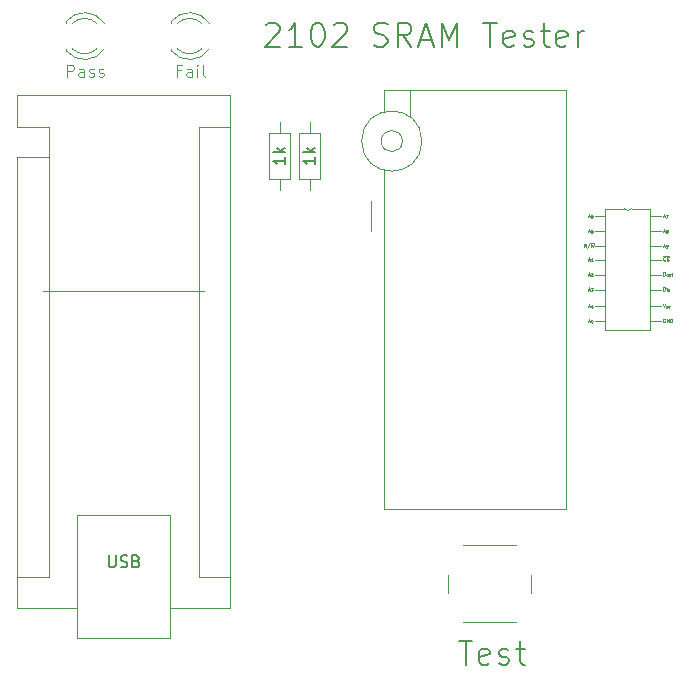
<source format=gto>
G04 #@! TF.GenerationSoftware,KiCad,Pcbnew,8.0.3*
G04 #@! TF.CreationDate,2025-02-15T11:00:24+13:00*
G04 #@! TF.ProjectId,2102_sram_tester,32313032-5f73-4726-916d-5f7465737465,rev?*
G04 #@! TF.SameCoordinates,Original*
G04 #@! TF.FileFunction,Legend,Top*
G04 #@! TF.FilePolarity,Positive*
%FSLAX46Y46*%
G04 Gerber Fmt 4.6, Leading zero omitted, Abs format (unit mm)*
G04 Created by KiCad (PCBNEW 8.0.3) date 2025-02-15 11:00:24*
%MOMM*%
%LPD*%
G01*
G04 APERTURE LIST*
%ADD10C,0.100000*%
%ADD11C,0.040000*%
%ADD12C,0.200000*%
%ADD13C,0.150000*%
%ADD14C,0.120000*%
%ADD15R,2.000000X1.440000*%
%ADD16O,2.000000X1.440000*%
%ADD17R,1.800000X1.800000*%
%ADD18C,1.800000*%
%ADD19C,3.200000*%
%ADD20R,1.600000X1.600000*%
%ADD21O,1.600000X1.600000*%
%ADD22C,1.400000*%
%ADD23O,1.400000X1.400000*%
%ADD24C,2.000000*%
G04 APERTURE END LIST*
D10*
X167640000Y-87376000D02*
X168529000Y-87376000D01*
X172339000Y-96266000D02*
X173228000Y-96266000D01*
X167640000Y-96266000D02*
X168529000Y-96266000D01*
X172339000Y-91059000D02*
X173228000Y-91059000D01*
X172339000Y-92329000D02*
X173228000Y-92329000D01*
X135382000Y-93726000D02*
X120142000Y-93726000D01*
X172339000Y-87376000D02*
X173228000Y-87376000D01*
X172339000Y-89916000D02*
X173228000Y-89916000D01*
X172339000Y-97028000D02*
X168529000Y-97028000D01*
X167640000Y-93599000D02*
X168529000Y-93599000D01*
X170815000Y-86741000D02*
X172339000Y-86741000D01*
X167640000Y-88646000D02*
X168529000Y-88646000D01*
X172339000Y-94996000D02*
X173228000Y-94996000D01*
X168529000Y-86741000D02*
X170180000Y-86741000D01*
X167640000Y-91059000D02*
X168529000Y-91059000D01*
X172339000Y-86741000D02*
X172339000Y-97028000D01*
X167640000Y-89916000D02*
X168529000Y-89916000D01*
X167640000Y-94996000D02*
X168529000Y-94996000D01*
X167640000Y-92329000D02*
X168529000Y-92329000D01*
X172339000Y-93599000D02*
X173228000Y-93599000D01*
X170815000Y-86741000D02*
G75*
G02*
X170180000Y-86741000I-317500J211666D01*
G01*
X168529000Y-97028000D02*
X168529000Y-86741000D01*
X172339000Y-88646000D02*
X173228000Y-88646000D01*
D11*
X167088457Y-87378491D02*
X167231315Y-87378491D01*
X167059886Y-87464205D02*
X167159886Y-87164205D01*
X167159886Y-87164205D02*
X167259886Y-87464205D01*
X167448458Y-87257348D02*
X167402743Y-87257348D01*
X167402743Y-87257348D02*
X167379886Y-87268777D01*
X167379886Y-87268777D02*
X167368458Y-87280205D01*
X167368458Y-87280205D02*
X167345600Y-87314491D01*
X167345600Y-87314491D02*
X167334172Y-87360205D01*
X167334172Y-87360205D02*
X167334172Y-87451634D01*
X167334172Y-87451634D02*
X167345600Y-87474491D01*
X167345600Y-87474491D02*
X167357029Y-87485920D01*
X167357029Y-87485920D02*
X167379886Y-87497348D01*
X167379886Y-87497348D02*
X167425600Y-87497348D01*
X167425600Y-87497348D02*
X167448458Y-87485920D01*
X167448458Y-87485920D02*
X167459886Y-87474491D01*
X167459886Y-87474491D02*
X167471315Y-87451634D01*
X167471315Y-87451634D02*
X167471315Y-87394491D01*
X167471315Y-87394491D02*
X167459886Y-87371634D01*
X167459886Y-87371634D02*
X167448458Y-87360205D01*
X167448458Y-87360205D02*
X167425600Y-87348777D01*
X167425600Y-87348777D02*
X167379886Y-87348777D01*
X167379886Y-87348777D02*
X167357029Y-87360205D01*
X167357029Y-87360205D02*
X167345600Y-87371634D01*
X167345600Y-87371634D02*
X167334172Y-87394491D01*
X167088457Y-96268491D02*
X167231315Y-96268491D01*
X167059886Y-96354205D02*
X167159886Y-96054205D01*
X167159886Y-96054205D02*
X167259886Y-96354205D01*
X167391315Y-96147348D02*
X167414172Y-96147348D01*
X167414172Y-96147348D02*
X167437029Y-96158777D01*
X167437029Y-96158777D02*
X167448458Y-96170205D01*
X167448458Y-96170205D02*
X167459886Y-96193062D01*
X167459886Y-96193062D02*
X167471315Y-96238777D01*
X167471315Y-96238777D02*
X167471315Y-96295920D01*
X167471315Y-96295920D02*
X167459886Y-96341634D01*
X167459886Y-96341634D02*
X167448458Y-96364491D01*
X167448458Y-96364491D02*
X167437029Y-96375920D01*
X167437029Y-96375920D02*
X167414172Y-96387348D01*
X167414172Y-96387348D02*
X167391315Y-96387348D01*
X167391315Y-96387348D02*
X167368458Y-96375920D01*
X167368458Y-96375920D02*
X167357029Y-96364491D01*
X167357029Y-96364491D02*
X167345600Y-96341634D01*
X167345600Y-96341634D02*
X167334172Y-96295920D01*
X167334172Y-96295920D02*
X167334172Y-96238777D01*
X167334172Y-96238777D02*
X167345600Y-96193062D01*
X167345600Y-96193062D02*
X167357029Y-96170205D01*
X167357029Y-96170205D02*
X167368458Y-96158777D01*
X167368458Y-96158777D02*
X167391315Y-96147348D01*
D12*
X156151054Y-123347838D02*
X157293911Y-123347838D01*
X156722482Y-125347838D02*
X156722482Y-123347838D01*
X158722483Y-125252600D02*
X158532007Y-125347838D01*
X158532007Y-125347838D02*
X158151054Y-125347838D01*
X158151054Y-125347838D02*
X157960578Y-125252600D01*
X157960578Y-125252600D02*
X157865340Y-125062123D01*
X157865340Y-125062123D02*
X157865340Y-124300219D01*
X157865340Y-124300219D02*
X157960578Y-124109742D01*
X157960578Y-124109742D02*
X158151054Y-124014504D01*
X158151054Y-124014504D02*
X158532007Y-124014504D01*
X158532007Y-124014504D02*
X158722483Y-124109742D01*
X158722483Y-124109742D02*
X158817721Y-124300219D01*
X158817721Y-124300219D02*
X158817721Y-124490695D01*
X158817721Y-124490695D02*
X157865340Y-124681171D01*
X159579626Y-125252600D02*
X159770102Y-125347838D01*
X159770102Y-125347838D02*
X160151054Y-125347838D01*
X160151054Y-125347838D02*
X160341531Y-125252600D01*
X160341531Y-125252600D02*
X160436769Y-125062123D01*
X160436769Y-125062123D02*
X160436769Y-124966885D01*
X160436769Y-124966885D02*
X160341531Y-124776409D01*
X160341531Y-124776409D02*
X160151054Y-124681171D01*
X160151054Y-124681171D02*
X159865340Y-124681171D01*
X159865340Y-124681171D02*
X159674864Y-124585933D01*
X159674864Y-124585933D02*
X159579626Y-124395457D01*
X159579626Y-124395457D02*
X159579626Y-124300219D01*
X159579626Y-124300219D02*
X159674864Y-124109742D01*
X159674864Y-124109742D02*
X159865340Y-124014504D01*
X159865340Y-124014504D02*
X160151054Y-124014504D01*
X160151054Y-124014504D02*
X160341531Y-124109742D01*
X161008198Y-124014504D02*
X161770102Y-124014504D01*
X161293912Y-123347838D02*
X161293912Y-125062123D01*
X161293912Y-125062123D02*
X161389150Y-125252600D01*
X161389150Y-125252600D02*
X161579626Y-125347838D01*
X161579626Y-125347838D02*
X161770102Y-125347838D01*
X139831530Y-71214314D02*
X139926768Y-71119076D01*
X139926768Y-71119076D02*
X140117244Y-71023838D01*
X140117244Y-71023838D02*
X140593435Y-71023838D01*
X140593435Y-71023838D02*
X140783911Y-71119076D01*
X140783911Y-71119076D02*
X140879149Y-71214314D01*
X140879149Y-71214314D02*
X140974387Y-71404790D01*
X140974387Y-71404790D02*
X140974387Y-71595266D01*
X140974387Y-71595266D02*
X140879149Y-71880980D01*
X140879149Y-71880980D02*
X139736292Y-73023838D01*
X139736292Y-73023838D02*
X140974387Y-73023838D01*
X142879149Y-73023838D02*
X141736292Y-73023838D01*
X142307720Y-73023838D02*
X142307720Y-71023838D01*
X142307720Y-71023838D02*
X142117244Y-71309552D01*
X142117244Y-71309552D02*
X141926768Y-71500028D01*
X141926768Y-71500028D02*
X141736292Y-71595266D01*
X144117244Y-71023838D02*
X144307721Y-71023838D01*
X144307721Y-71023838D02*
X144498197Y-71119076D01*
X144498197Y-71119076D02*
X144593435Y-71214314D01*
X144593435Y-71214314D02*
X144688673Y-71404790D01*
X144688673Y-71404790D02*
X144783911Y-71785742D01*
X144783911Y-71785742D02*
X144783911Y-72261933D01*
X144783911Y-72261933D02*
X144688673Y-72642885D01*
X144688673Y-72642885D02*
X144593435Y-72833361D01*
X144593435Y-72833361D02*
X144498197Y-72928600D01*
X144498197Y-72928600D02*
X144307721Y-73023838D01*
X144307721Y-73023838D02*
X144117244Y-73023838D01*
X144117244Y-73023838D02*
X143926768Y-72928600D01*
X143926768Y-72928600D02*
X143831530Y-72833361D01*
X143831530Y-72833361D02*
X143736292Y-72642885D01*
X143736292Y-72642885D02*
X143641054Y-72261933D01*
X143641054Y-72261933D02*
X143641054Y-71785742D01*
X143641054Y-71785742D02*
X143736292Y-71404790D01*
X143736292Y-71404790D02*
X143831530Y-71214314D01*
X143831530Y-71214314D02*
X143926768Y-71119076D01*
X143926768Y-71119076D02*
X144117244Y-71023838D01*
X145545816Y-71214314D02*
X145641054Y-71119076D01*
X145641054Y-71119076D02*
X145831530Y-71023838D01*
X145831530Y-71023838D02*
X146307721Y-71023838D01*
X146307721Y-71023838D02*
X146498197Y-71119076D01*
X146498197Y-71119076D02*
X146593435Y-71214314D01*
X146593435Y-71214314D02*
X146688673Y-71404790D01*
X146688673Y-71404790D02*
X146688673Y-71595266D01*
X146688673Y-71595266D02*
X146593435Y-71880980D01*
X146593435Y-71880980D02*
X145450578Y-73023838D01*
X145450578Y-73023838D02*
X146688673Y-73023838D01*
X148974388Y-72928600D02*
X149260102Y-73023838D01*
X149260102Y-73023838D02*
X149736293Y-73023838D01*
X149736293Y-73023838D02*
X149926769Y-72928600D01*
X149926769Y-72928600D02*
X150022007Y-72833361D01*
X150022007Y-72833361D02*
X150117245Y-72642885D01*
X150117245Y-72642885D02*
X150117245Y-72452409D01*
X150117245Y-72452409D02*
X150022007Y-72261933D01*
X150022007Y-72261933D02*
X149926769Y-72166695D01*
X149926769Y-72166695D02*
X149736293Y-72071457D01*
X149736293Y-72071457D02*
X149355340Y-71976219D01*
X149355340Y-71976219D02*
X149164864Y-71880980D01*
X149164864Y-71880980D02*
X149069626Y-71785742D01*
X149069626Y-71785742D02*
X148974388Y-71595266D01*
X148974388Y-71595266D02*
X148974388Y-71404790D01*
X148974388Y-71404790D02*
X149069626Y-71214314D01*
X149069626Y-71214314D02*
X149164864Y-71119076D01*
X149164864Y-71119076D02*
X149355340Y-71023838D01*
X149355340Y-71023838D02*
X149831531Y-71023838D01*
X149831531Y-71023838D02*
X150117245Y-71119076D01*
X152117245Y-73023838D02*
X151450578Y-72071457D01*
X150974388Y-73023838D02*
X150974388Y-71023838D01*
X150974388Y-71023838D02*
X151736293Y-71023838D01*
X151736293Y-71023838D02*
X151926769Y-71119076D01*
X151926769Y-71119076D02*
X152022007Y-71214314D01*
X152022007Y-71214314D02*
X152117245Y-71404790D01*
X152117245Y-71404790D02*
X152117245Y-71690504D01*
X152117245Y-71690504D02*
X152022007Y-71880980D01*
X152022007Y-71880980D02*
X151926769Y-71976219D01*
X151926769Y-71976219D02*
X151736293Y-72071457D01*
X151736293Y-72071457D02*
X150974388Y-72071457D01*
X152879150Y-72452409D02*
X153831531Y-72452409D01*
X152688674Y-73023838D02*
X153355340Y-71023838D01*
X153355340Y-71023838D02*
X154022007Y-73023838D01*
X154688674Y-73023838D02*
X154688674Y-71023838D01*
X154688674Y-71023838D02*
X155355341Y-72452409D01*
X155355341Y-72452409D02*
X156022007Y-71023838D01*
X156022007Y-71023838D02*
X156022007Y-73023838D01*
X158212484Y-71023838D02*
X159355341Y-71023838D01*
X158783912Y-73023838D02*
X158783912Y-71023838D01*
X160783913Y-72928600D02*
X160593437Y-73023838D01*
X160593437Y-73023838D02*
X160212484Y-73023838D01*
X160212484Y-73023838D02*
X160022008Y-72928600D01*
X160022008Y-72928600D02*
X159926770Y-72738123D01*
X159926770Y-72738123D02*
X159926770Y-71976219D01*
X159926770Y-71976219D02*
X160022008Y-71785742D01*
X160022008Y-71785742D02*
X160212484Y-71690504D01*
X160212484Y-71690504D02*
X160593437Y-71690504D01*
X160593437Y-71690504D02*
X160783913Y-71785742D01*
X160783913Y-71785742D02*
X160879151Y-71976219D01*
X160879151Y-71976219D02*
X160879151Y-72166695D01*
X160879151Y-72166695D02*
X159926770Y-72357171D01*
X161641056Y-72928600D02*
X161831532Y-73023838D01*
X161831532Y-73023838D02*
X162212484Y-73023838D01*
X162212484Y-73023838D02*
X162402961Y-72928600D01*
X162402961Y-72928600D02*
X162498199Y-72738123D01*
X162498199Y-72738123D02*
X162498199Y-72642885D01*
X162498199Y-72642885D02*
X162402961Y-72452409D01*
X162402961Y-72452409D02*
X162212484Y-72357171D01*
X162212484Y-72357171D02*
X161926770Y-72357171D01*
X161926770Y-72357171D02*
X161736294Y-72261933D01*
X161736294Y-72261933D02*
X161641056Y-72071457D01*
X161641056Y-72071457D02*
X161641056Y-71976219D01*
X161641056Y-71976219D02*
X161736294Y-71785742D01*
X161736294Y-71785742D02*
X161926770Y-71690504D01*
X161926770Y-71690504D02*
X162212484Y-71690504D01*
X162212484Y-71690504D02*
X162402961Y-71785742D01*
X163069628Y-71690504D02*
X163831532Y-71690504D01*
X163355342Y-71023838D02*
X163355342Y-72738123D01*
X163355342Y-72738123D02*
X163450580Y-72928600D01*
X163450580Y-72928600D02*
X163641056Y-73023838D01*
X163641056Y-73023838D02*
X163831532Y-73023838D01*
X165260104Y-72928600D02*
X165069628Y-73023838D01*
X165069628Y-73023838D02*
X164688675Y-73023838D01*
X164688675Y-73023838D02*
X164498199Y-72928600D01*
X164498199Y-72928600D02*
X164402961Y-72738123D01*
X164402961Y-72738123D02*
X164402961Y-71976219D01*
X164402961Y-71976219D02*
X164498199Y-71785742D01*
X164498199Y-71785742D02*
X164688675Y-71690504D01*
X164688675Y-71690504D02*
X165069628Y-71690504D01*
X165069628Y-71690504D02*
X165260104Y-71785742D01*
X165260104Y-71785742D02*
X165355342Y-71976219D01*
X165355342Y-71976219D02*
X165355342Y-72166695D01*
X165355342Y-72166695D02*
X164402961Y-72357171D01*
X166212485Y-73023838D02*
X166212485Y-71690504D01*
X166212485Y-72071457D02*
X166307723Y-71880980D01*
X166307723Y-71880980D02*
X166402961Y-71785742D01*
X166402961Y-71785742D02*
X166593437Y-71690504D01*
X166593437Y-71690504D02*
X166783914Y-71690504D01*
D11*
X166893172Y-90004205D02*
X166793172Y-89861348D01*
X166721743Y-90004205D02*
X166721743Y-89704205D01*
X166721743Y-89704205D02*
X166836029Y-89704205D01*
X166836029Y-89704205D02*
X166864600Y-89718491D01*
X166864600Y-89718491D02*
X166878886Y-89732777D01*
X166878886Y-89732777D02*
X166893172Y-89761348D01*
X166893172Y-89761348D02*
X166893172Y-89804205D01*
X166893172Y-89804205D02*
X166878886Y-89832777D01*
X166878886Y-89832777D02*
X166864600Y-89847062D01*
X166864600Y-89847062D02*
X166836029Y-89861348D01*
X166836029Y-89861348D02*
X166721743Y-89861348D01*
X167236029Y-89689920D02*
X166978886Y-90075634D01*
X167307458Y-89704205D02*
X167378886Y-90004205D01*
X167378886Y-90004205D02*
X167436029Y-89789920D01*
X167436029Y-89789920D02*
X167493172Y-90004205D01*
X167493172Y-90004205D02*
X167564601Y-89704205D01*
X167294601Y-89620920D02*
X167577458Y-89620920D01*
X167088457Y-92331491D02*
X167231315Y-92331491D01*
X167059886Y-92417205D02*
X167159886Y-92117205D01*
X167159886Y-92117205D02*
X167259886Y-92417205D01*
X167334172Y-92233205D02*
X167345600Y-92221777D01*
X167345600Y-92221777D02*
X167368458Y-92210348D01*
X167368458Y-92210348D02*
X167425600Y-92210348D01*
X167425600Y-92210348D02*
X167448458Y-92221777D01*
X167448458Y-92221777D02*
X167459886Y-92233205D01*
X167459886Y-92233205D02*
X167471315Y-92256062D01*
X167471315Y-92256062D02*
X167471315Y-92278920D01*
X167471315Y-92278920D02*
X167459886Y-92313205D01*
X167459886Y-92313205D02*
X167322743Y-92450348D01*
X167322743Y-92450348D02*
X167471315Y-92450348D01*
X173409886Y-94784205D02*
X173509886Y-95084205D01*
X173509886Y-95084205D02*
X173609886Y-94784205D01*
X173798458Y-95105920D02*
X173775600Y-95117348D01*
X173775600Y-95117348D02*
X173729886Y-95117348D01*
X173729886Y-95117348D02*
X173707029Y-95105920D01*
X173707029Y-95105920D02*
X173695600Y-95094491D01*
X173695600Y-95094491D02*
X173684172Y-95071634D01*
X173684172Y-95071634D02*
X173684172Y-95003062D01*
X173684172Y-95003062D02*
X173695600Y-94980205D01*
X173695600Y-94980205D02*
X173707029Y-94968777D01*
X173707029Y-94968777D02*
X173729886Y-94957348D01*
X173729886Y-94957348D02*
X173775600Y-94957348D01*
X173775600Y-94957348D02*
X173798458Y-94968777D01*
X174004172Y-95105920D02*
X173981314Y-95117348D01*
X173981314Y-95117348D02*
X173935600Y-95117348D01*
X173935600Y-95117348D02*
X173912743Y-95105920D01*
X173912743Y-95105920D02*
X173901314Y-95094491D01*
X173901314Y-95094491D02*
X173889886Y-95071634D01*
X173889886Y-95071634D02*
X173889886Y-95003062D01*
X173889886Y-95003062D02*
X173901314Y-94980205D01*
X173901314Y-94980205D02*
X173912743Y-94968777D01*
X173912743Y-94968777D02*
X173935600Y-94957348D01*
X173935600Y-94957348D02*
X173981314Y-94957348D01*
X173981314Y-94957348D02*
X174004172Y-94968777D01*
X173452743Y-92417205D02*
X173452743Y-92117205D01*
X173452743Y-92117205D02*
X173524172Y-92117205D01*
X173524172Y-92117205D02*
X173567029Y-92131491D01*
X173567029Y-92131491D02*
X173595600Y-92160062D01*
X173595600Y-92160062D02*
X173609886Y-92188634D01*
X173609886Y-92188634D02*
X173624172Y-92245777D01*
X173624172Y-92245777D02*
X173624172Y-92288634D01*
X173624172Y-92288634D02*
X173609886Y-92345777D01*
X173609886Y-92345777D02*
X173595600Y-92374348D01*
X173595600Y-92374348D02*
X173567029Y-92402920D01*
X173567029Y-92402920D02*
X173524172Y-92417205D01*
X173524172Y-92417205D02*
X173452743Y-92417205D01*
X173772743Y-92450348D02*
X173749886Y-92438920D01*
X173749886Y-92438920D02*
X173738457Y-92427491D01*
X173738457Y-92427491D02*
X173727029Y-92404634D01*
X173727029Y-92404634D02*
X173727029Y-92336062D01*
X173727029Y-92336062D02*
X173738457Y-92313205D01*
X173738457Y-92313205D02*
X173749886Y-92301777D01*
X173749886Y-92301777D02*
X173772743Y-92290348D01*
X173772743Y-92290348D02*
X173807029Y-92290348D01*
X173807029Y-92290348D02*
X173829886Y-92301777D01*
X173829886Y-92301777D02*
X173841315Y-92313205D01*
X173841315Y-92313205D02*
X173852743Y-92336062D01*
X173852743Y-92336062D02*
X173852743Y-92404634D01*
X173852743Y-92404634D02*
X173841315Y-92427491D01*
X173841315Y-92427491D02*
X173829886Y-92438920D01*
X173829886Y-92438920D02*
X173807029Y-92450348D01*
X173807029Y-92450348D02*
X173772743Y-92450348D01*
X174058458Y-92290348D02*
X174058458Y-92450348D01*
X173955600Y-92290348D02*
X173955600Y-92416062D01*
X173955600Y-92416062D02*
X173967029Y-92438920D01*
X173967029Y-92438920D02*
X173989886Y-92450348D01*
X173989886Y-92450348D02*
X174024172Y-92450348D01*
X174024172Y-92450348D02*
X174047029Y-92438920D01*
X174047029Y-92438920D02*
X174058458Y-92427491D01*
X174138458Y-92290348D02*
X174229886Y-92290348D01*
X174172743Y-92210348D02*
X174172743Y-92416062D01*
X174172743Y-92416062D02*
X174184172Y-92438920D01*
X174184172Y-92438920D02*
X174207029Y-92450348D01*
X174207029Y-92450348D02*
X174229886Y-92450348D01*
X167088457Y-88648491D02*
X167231315Y-88648491D01*
X167059886Y-88734205D02*
X167159886Y-88434205D01*
X167159886Y-88434205D02*
X167259886Y-88734205D01*
X167459886Y-88527348D02*
X167345600Y-88527348D01*
X167345600Y-88527348D02*
X167334172Y-88641634D01*
X167334172Y-88641634D02*
X167345600Y-88630205D01*
X167345600Y-88630205D02*
X167368458Y-88618777D01*
X167368458Y-88618777D02*
X167425600Y-88618777D01*
X167425600Y-88618777D02*
X167448458Y-88630205D01*
X167448458Y-88630205D02*
X167459886Y-88641634D01*
X167459886Y-88641634D02*
X167471315Y-88664491D01*
X167471315Y-88664491D02*
X167471315Y-88721634D01*
X167471315Y-88721634D02*
X167459886Y-88744491D01*
X167459886Y-88744491D02*
X167448458Y-88755920D01*
X167448458Y-88755920D02*
X167425600Y-88767348D01*
X167425600Y-88767348D02*
X167368458Y-88767348D01*
X167368458Y-88767348D02*
X167345600Y-88755920D01*
X167345600Y-88755920D02*
X167334172Y-88744491D01*
D10*
X122985884Y-75564419D02*
X122985884Y-74564419D01*
X122985884Y-74564419D02*
X123366836Y-74564419D01*
X123366836Y-74564419D02*
X123462074Y-74612038D01*
X123462074Y-74612038D02*
X123509693Y-74659657D01*
X123509693Y-74659657D02*
X123557312Y-74754895D01*
X123557312Y-74754895D02*
X123557312Y-74897752D01*
X123557312Y-74897752D02*
X123509693Y-74992990D01*
X123509693Y-74992990D02*
X123462074Y-75040609D01*
X123462074Y-75040609D02*
X123366836Y-75088228D01*
X123366836Y-75088228D02*
X122985884Y-75088228D01*
X124414455Y-75564419D02*
X124414455Y-75040609D01*
X124414455Y-75040609D02*
X124366836Y-74945371D01*
X124366836Y-74945371D02*
X124271598Y-74897752D01*
X124271598Y-74897752D02*
X124081122Y-74897752D01*
X124081122Y-74897752D02*
X123985884Y-74945371D01*
X124414455Y-75516800D02*
X124319217Y-75564419D01*
X124319217Y-75564419D02*
X124081122Y-75564419D01*
X124081122Y-75564419D02*
X123985884Y-75516800D01*
X123985884Y-75516800D02*
X123938265Y-75421561D01*
X123938265Y-75421561D02*
X123938265Y-75326323D01*
X123938265Y-75326323D02*
X123985884Y-75231085D01*
X123985884Y-75231085D02*
X124081122Y-75183466D01*
X124081122Y-75183466D02*
X124319217Y-75183466D01*
X124319217Y-75183466D02*
X124414455Y-75135847D01*
X124843027Y-75516800D02*
X124938265Y-75564419D01*
X124938265Y-75564419D02*
X125128741Y-75564419D01*
X125128741Y-75564419D02*
X125223979Y-75516800D01*
X125223979Y-75516800D02*
X125271598Y-75421561D01*
X125271598Y-75421561D02*
X125271598Y-75373942D01*
X125271598Y-75373942D02*
X125223979Y-75278704D01*
X125223979Y-75278704D02*
X125128741Y-75231085D01*
X125128741Y-75231085D02*
X124985884Y-75231085D01*
X124985884Y-75231085D02*
X124890646Y-75183466D01*
X124890646Y-75183466D02*
X124843027Y-75088228D01*
X124843027Y-75088228D02*
X124843027Y-75040609D01*
X124843027Y-75040609D02*
X124890646Y-74945371D01*
X124890646Y-74945371D02*
X124985884Y-74897752D01*
X124985884Y-74897752D02*
X125128741Y-74897752D01*
X125128741Y-74897752D02*
X125223979Y-74945371D01*
X125652551Y-75516800D02*
X125747789Y-75564419D01*
X125747789Y-75564419D02*
X125938265Y-75564419D01*
X125938265Y-75564419D02*
X126033503Y-75516800D01*
X126033503Y-75516800D02*
X126081122Y-75421561D01*
X126081122Y-75421561D02*
X126081122Y-75373942D01*
X126081122Y-75373942D02*
X126033503Y-75278704D01*
X126033503Y-75278704D02*
X125938265Y-75231085D01*
X125938265Y-75231085D02*
X125795408Y-75231085D01*
X125795408Y-75231085D02*
X125700170Y-75183466D01*
X125700170Y-75183466D02*
X125652551Y-75088228D01*
X125652551Y-75088228D02*
X125652551Y-75040609D01*
X125652551Y-75040609D02*
X125700170Y-74945371D01*
X125700170Y-74945371D02*
X125795408Y-74897752D01*
X125795408Y-74897752D02*
X125938265Y-74897752D01*
X125938265Y-74897752D02*
X126033503Y-74945371D01*
D11*
X173452743Y-93687205D02*
X173452743Y-93387205D01*
X173452743Y-93387205D02*
X173524172Y-93387205D01*
X173524172Y-93387205D02*
X173567029Y-93401491D01*
X173567029Y-93401491D02*
X173595600Y-93430062D01*
X173595600Y-93430062D02*
X173609886Y-93458634D01*
X173609886Y-93458634D02*
X173624172Y-93515777D01*
X173624172Y-93515777D02*
X173624172Y-93558634D01*
X173624172Y-93558634D02*
X173609886Y-93615777D01*
X173609886Y-93615777D02*
X173595600Y-93644348D01*
X173595600Y-93644348D02*
X173567029Y-93672920D01*
X173567029Y-93672920D02*
X173524172Y-93687205D01*
X173524172Y-93687205D02*
X173452743Y-93687205D01*
X173738457Y-93720348D02*
X173738457Y-93560348D01*
X173738457Y-93480348D02*
X173727029Y-93491777D01*
X173727029Y-93491777D02*
X173738457Y-93503205D01*
X173738457Y-93503205D02*
X173749886Y-93491777D01*
X173749886Y-93491777D02*
X173738457Y-93480348D01*
X173738457Y-93480348D02*
X173738457Y-93503205D01*
X173852743Y-93560348D02*
X173852743Y-93720348D01*
X173852743Y-93583205D02*
X173864172Y-93571777D01*
X173864172Y-93571777D02*
X173887029Y-93560348D01*
X173887029Y-93560348D02*
X173921315Y-93560348D01*
X173921315Y-93560348D02*
X173944172Y-93571777D01*
X173944172Y-93571777D02*
X173955601Y-93594634D01*
X173955601Y-93594634D02*
X173955601Y-93720348D01*
X173609886Y-96068491D02*
X173581315Y-96054205D01*
X173581315Y-96054205D02*
X173538457Y-96054205D01*
X173538457Y-96054205D02*
X173495600Y-96068491D01*
X173495600Y-96068491D02*
X173467029Y-96097062D01*
X173467029Y-96097062D02*
X173452743Y-96125634D01*
X173452743Y-96125634D02*
X173438457Y-96182777D01*
X173438457Y-96182777D02*
X173438457Y-96225634D01*
X173438457Y-96225634D02*
X173452743Y-96282777D01*
X173452743Y-96282777D02*
X173467029Y-96311348D01*
X173467029Y-96311348D02*
X173495600Y-96339920D01*
X173495600Y-96339920D02*
X173538457Y-96354205D01*
X173538457Y-96354205D02*
X173567029Y-96354205D01*
X173567029Y-96354205D02*
X173609886Y-96339920D01*
X173609886Y-96339920D02*
X173624172Y-96325634D01*
X173624172Y-96325634D02*
X173624172Y-96225634D01*
X173624172Y-96225634D02*
X173567029Y-96225634D01*
X173752743Y-96354205D02*
X173752743Y-96054205D01*
X173752743Y-96054205D02*
X173924172Y-96354205D01*
X173924172Y-96354205D02*
X173924172Y-96054205D01*
X174067029Y-96354205D02*
X174067029Y-96054205D01*
X174067029Y-96054205D02*
X174138458Y-96054205D01*
X174138458Y-96054205D02*
X174181315Y-96068491D01*
X174181315Y-96068491D02*
X174209886Y-96097062D01*
X174209886Y-96097062D02*
X174224172Y-96125634D01*
X174224172Y-96125634D02*
X174238458Y-96182777D01*
X174238458Y-96182777D02*
X174238458Y-96225634D01*
X174238458Y-96225634D02*
X174224172Y-96282777D01*
X174224172Y-96282777D02*
X174209886Y-96311348D01*
X174209886Y-96311348D02*
X174181315Y-96339920D01*
X174181315Y-96339920D02*
X174138458Y-96354205D01*
X174138458Y-96354205D02*
X174067029Y-96354205D01*
X167088457Y-91061491D02*
X167231315Y-91061491D01*
X167059886Y-91147205D02*
X167159886Y-90847205D01*
X167159886Y-90847205D02*
X167259886Y-91147205D01*
X167471315Y-91180348D02*
X167334172Y-91180348D01*
X167402743Y-91180348D02*
X167402743Y-90940348D01*
X167402743Y-90940348D02*
X167379886Y-90974634D01*
X167379886Y-90974634D02*
X167357029Y-90997491D01*
X167357029Y-90997491D02*
X167334172Y-91008920D01*
X167088457Y-93601491D02*
X167231315Y-93601491D01*
X167059886Y-93687205D02*
X167159886Y-93387205D01*
X167159886Y-93387205D02*
X167259886Y-93687205D01*
X167322743Y-93480348D02*
X167471315Y-93480348D01*
X167471315Y-93480348D02*
X167391315Y-93571777D01*
X167391315Y-93571777D02*
X167425600Y-93571777D01*
X167425600Y-93571777D02*
X167448458Y-93583205D01*
X167448458Y-93583205D02*
X167459886Y-93594634D01*
X167459886Y-93594634D02*
X167471315Y-93617491D01*
X167471315Y-93617491D02*
X167471315Y-93674634D01*
X167471315Y-93674634D02*
X167459886Y-93697491D01*
X167459886Y-93697491D02*
X167448458Y-93708920D01*
X167448458Y-93708920D02*
X167425600Y-93720348D01*
X167425600Y-93720348D02*
X167357029Y-93720348D01*
X167357029Y-93720348D02*
X167334172Y-93708920D01*
X167334172Y-93708920D02*
X167322743Y-93697491D01*
X167088457Y-94998491D02*
X167231315Y-94998491D01*
X167059886Y-95084205D02*
X167159886Y-94784205D01*
X167159886Y-94784205D02*
X167259886Y-95084205D01*
X167448458Y-94957348D02*
X167448458Y-95117348D01*
X167391315Y-94865920D02*
X167334172Y-95037348D01*
X167334172Y-95037348D02*
X167482743Y-95037348D01*
X173438457Y-88648491D02*
X173581315Y-88648491D01*
X173409886Y-88734205D02*
X173509886Y-88434205D01*
X173509886Y-88434205D02*
X173609886Y-88734205D01*
X173729886Y-88630205D02*
X173707029Y-88618777D01*
X173707029Y-88618777D02*
X173695600Y-88607348D01*
X173695600Y-88607348D02*
X173684172Y-88584491D01*
X173684172Y-88584491D02*
X173684172Y-88573062D01*
X173684172Y-88573062D02*
X173695600Y-88550205D01*
X173695600Y-88550205D02*
X173707029Y-88538777D01*
X173707029Y-88538777D02*
X173729886Y-88527348D01*
X173729886Y-88527348D02*
X173775600Y-88527348D01*
X173775600Y-88527348D02*
X173798458Y-88538777D01*
X173798458Y-88538777D02*
X173809886Y-88550205D01*
X173809886Y-88550205D02*
X173821315Y-88573062D01*
X173821315Y-88573062D02*
X173821315Y-88584491D01*
X173821315Y-88584491D02*
X173809886Y-88607348D01*
X173809886Y-88607348D02*
X173798458Y-88618777D01*
X173798458Y-88618777D02*
X173775600Y-88630205D01*
X173775600Y-88630205D02*
X173729886Y-88630205D01*
X173729886Y-88630205D02*
X173707029Y-88641634D01*
X173707029Y-88641634D02*
X173695600Y-88653062D01*
X173695600Y-88653062D02*
X173684172Y-88675920D01*
X173684172Y-88675920D02*
X173684172Y-88721634D01*
X173684172Y-88721634D02*
X173695600Y-88744491D01*
X173695600Y-88744491D02*
X173707029Y-88755920D01*
X173707029Y-88755920D02*
X173729886Y-88767348D01*
X173729886Y-88767348D02*
X173775600Y-88767348D01*
X173775600Y-88767348D02*
X173798458Y-88755920D01*
X173798458Y-88755920D02*
X173809886Y-88744491D01*
X173809886Y-88744491D02*
X173821315Y-88721634D01*
X173821315Y-88721634D02*
X173821315Y-88675920D01*
X173821315Y-88675920D02*
X173809886Y-88653062D01*
X173809886Y-88653062D02*
X173798458Y-88641634D01*
X173798458Y-88641634D02*
X173775600Y-88630205D01*
X173438457Y-87378491D02*
X173581315Y-87378491D01*
X173409886Y-87464205D02*
X173509886Y-87164205D01*
X173509886Y-87164205D02*
X173609886Y-87464205D01*
X173672743Y-87257348D02*
X173832743Y-87257348D01*
X173832743Y-87257348D02*
X173729886Y-87497348D01*
X173624172Y-91118634D02*
X173609886Y-91132920D01*
X173609886Y-91132920D02*
X173567029Y-91147205D01*
X173567029Y-91147205D02*
X173538457Y-91147205D01*
X173538457Y-91147205D02*
X173495600Y-91132920D01*
X173495600Y-91132920D02*
X173467029Y-91104348D01*
X173467029Y-91104348D02*
X173452743Y-91075777D01*
X173452743Y-91075777D02*
X173438457Y-91018634D01*
X173438457Y-91018634D02*
X173438457Y-90975777D01*
X173438457Y-90975777D02*
X173452743Y-90918634D01*
X173452743Y-90918634D02*
X173467029Y-90890062D01*
X173467029Y-90890062D02*
X173495600Y-90861491D01*
X173495600Y-90861491D02*
X173538457Y-90847205D01*
X173538457Y-90847205D02*
X173567029Y-90847205D01*
X173567029Y-90847205D02*
X173609886Y-90861491D01*
X173609886Y-90861491D02*
X173624172Y-90875777D01*
X173738457Y-91132920D02*
X173781315Y-91147205D01*
X173781315Y-91147205D02*
X173852743Y-91147205D01*
X173852743Y-91147205D02*
X173881315Y-91132920D01*
X173881315Y-91132920D02*
X173895600Y-91118634D01*
X173895600Y-91118634D02*
X173909886Y-91090062D01*
X173909886Y-91090062D02*
X173909886Y-91061491D01*
X173909886Y-91061491D02*
X173895600Y-91032920D01*
X173895600Y-91032920D02*
X173881315Y-91018634D01*
X173881315Y-91018634D02*
X173852743Y-91004348D01*
X173852743Y-91004348D02*
X173795600Y-90990062D01*
X173795600Y-90990062D02*
X173767029Y-90975777D01*
X173767029Y-90975777D02*
X173752743Y-90961491D01*
X173752743Y-90961491D02*
X173738457Y-90932920D01*
X173738457Y-90932920D02*
X173738457Y-90904348D01*
X173738457Y-90904348D02*
X173752743Y-90875777D01*
X173752743Y-90875777D02*
X173767029Y-90861491D01*
X173767029Y-90861491D02*
X173795600Y-90847205D01*
X173795600Y-90847205D02*
X173867029Y-90847205D01*
X173867029Y-90847205D02*
X173909886Y-90861491D01*
X173411315Y-90763920D02*
X173937029Y-90763920D01*
D10*
X132590217Y-75040609D02*
X132256884Y-75040609D01*
X132256884Y-75564419D02*
X132256884Y-74564419D01*
X132256884Y-74564419D02*
X132733074Y-74564419D01*
X133542598Y-75564419D02*
X133542598Y-75040609D01*
X133542598Y-75040609D02*
X133494979Y-74945371D01*
X133494979Y-74945371D02*
X133399741Y-74897752D01*
X133399741Y-74897752D02*
X133209265Y-74897752D01*
X133209265Y-74897752D02*
X133114027Y-74945371D01*
X133542598Y-75516800D02*
X133447360Y-75564419D01*
X133447360Y-75564419D02*
X133209265Y-75564419D01*
X133209265Y-75564419D02*
X133114027Y-75516800D01*
X133114027Y-75516800D02*
X133066408Y-75421561D01*
X133066408Y-75421561D02*
X133066408Y-75326323D01*
X133066408Y-75326323D02*
X133114027Y-75231085D01*
X133114027Y-75231085D02*
X133209265Y-75183466D01*
X133209265Y-75183466D02*
X133447360Y-75183466D01*
X133447360Y-75183466D02*
X133542598Y-75135847D01*
X134018789Y-75564419D02*
X134018789Y-74897752D01*
X134018789Y-74564419D02*
X133971170Y-74612038D01*
X133971170Y-74612038D02*
X134018789Y-74659657D01*
X134018789Y-74659657D02*
X134066408Y-74612038D01*
X134066408Y-74612038D02*
X134018789Y-74564419D01*
X134018789Y-74564419D02*
X134018789Y-74659657D01*
X134637836Y-75564419D02*
X134542598Y-75516800D01*
X134542598Y-75516800D02*
X134494979Y-75421561D01*
X134494979Y-75421561D02*
X134494979Y-74564419D01*
D11*
X173438457Y-89918491D02*
X173581315Y-89918491D01*
X173409886Y-90004205D02*
X173509886Y-89704205D01*
X173509886Y-89704205D02*
X173609886Y-90004205D01*
X173707029Y-90037348D02*
X173752743Y-90037348D01*
X173752743Y-90037348D02*
X173775600Y-90025920D01*
X173775600Y-90025920D02*
X173787029Y-90014491D01*
X173787029Y-90014491D02*
X173809886Y-89980205D01*
X173809886Y-89980205D02*
X173821315Y-89934491D01*
X173821315Y-89934491D02*
X173821315Y-89843062D01*
X173821315Y-89843062D02*
X173809886Y-89820205D01*
X173809886Y-89820205D02*
X173798458Y-89808777D01*
X173798458Y-89808777D02*
X173775600Y-89797348D01*
X173775600Y-89797348D02*
X173729886Y-89797348D01*
X173729886Y-89797348D02*
X173707029Y-89808777D01*
X173707029Y-89808777D02*
X173695600Y-89820205D01*
X173695600Y-89820205D02*
X173684172Y-89843062D01*
X173684172Y-89843062D02*
X173684172Y-89900205D01*
X173684172Y-89900205D02*
X173695600Y-89923062D01*
X173695600Y-89923062D02*
X173707029Y-89934491D01*
X173707029Y-89934491D02*
X173729886Y-89945920D01*
X173729886Y-89945920D02*
X173775600Y-89945920D01*
X173775600Y-89945920D02*
X173798458Y-89934491D01*
X173798458Y-89934491D02*
X173809886Y-89923062D01*
X173809886Y-89923062D02*
X173821315Y-89900205D01*
D13*
X126508095Y-116110819D02*
X126508095Y-116920342D01*
X126508095Y-116920342D02*
X126555714Y-117015580D01*
X126555714Y-117015580D02*
X126603333Y-117063200D01*
X126603333Y-117063200D02*
X126698571Y-117110819D01*
X126698571Y-117110819D02*
X126889047Y-117110819D01*
X126889047Y-117110819D02*
X126984285Y-117063200D01*
X126984285Y-117063200D02*
X127031904Y-117015580D01*
X127031904Y-117015580D02*
X127079523Y-116920342D01*
X127079523Y-116920342D02*
X127079523Y-116110819D01*
X127508095Y-117063200D02*
X127650952Y-117110819D01*
X127650952Y-117110819D02*
X127889047Y-117110819D01*
X127889047Y-117110819D02*
X127984285Y-117063200D01*
X127984285Y-117063200D02*
X128031904Y-117015580D01*
X128031904Y-117015580D02*
X128079523Y-116920342D01*
X128079523Y-116920342D02*
X128079523Y-116825104D01*
X128079523Y-116825104D02*
X128031904Y-116729866D01*
X128031904Y-116729866D02*
X127984285Y-116682247D01*
X127984285Y-116682247D02*
X127889047Y-116634628D01*
X127889047Y-116634628D02*
X127698571Y-116587009D01*
X127698571Y-116587009D02*
X127603333Y-116539390D01*
X127603333Y-116539390D02*
X127555714Y-116491771D01*
X127555714Y-116491771D02*
X127508095Y-116396533D01*
X127508095Y-116396533D02*
X127508095Y-116301295D01*
X127508095Y-116301295D02*
X127555714Y-116206057D01*
X127555714Y-116206057D02*
X127603333Y-116158438D01*
X127603333Y-116158438D02*
X127698571Y-116110819D01*
X127698571Y-116110819D02*
X127936666Y-116110819D01*
X127936666Y-116110819D02*
X128079523Y-116158438D01*
X128841428Y-116587009D02*
X128984285Y-116634628D01*
X128984285Y-116634628D02*
X129031904Y-116682247D01*
X129031904Y-116682247D02*
X129079523Y-116777485D01*
X129079523Y-116777485D02*
X129079523Y-116920342D01*
X129079523Y-116920342D02*
X129031904Y-117015580D01*
X129031904Y-117015580D02*
X128984285Y-117063200D01*
X128984285Y-117063200D02*
X128889047Y-117110819D01*
X128889047Y-117110819D02*
X128508095Y-117110819D01*
X128508095Y-117110819D02*
X128508095Y-116110819D01*
X128508095Y-116110819D02*
X128841428Y-116110819D01*
X128841428Y-116110819D02*
X128936666Y-116158438D01*
X128936666Y-116158438D02*
X128984285Y-116206057D01*
X128984285Y-116206057D02*
X129031904Y-116301295D01*
X129031904Y-116301295D02*
X129031904Y-116396533D01*
X129031904Y-116396533D02*
X128984285Y-116491771D01*
X128984285Y-116491771D02*
X128936666Y-116539390D01*
X128936666Y-116539390D02*
X128841428Y-116587009D01*
X128841428Y-116587009D02*
X128508095Y-116587009D01*
X143964819Y-82415047D02*
X143964819Y-82986475D01*
X143964819Y-82700761D02*
X142964819Y-82700761D01*
X142964819Y-82700761D02*
X143107676Y-82795999D01*
X143107676Y-82795999D02*
X143202914Y-82891237D01*
X143202914Y-82891237D02*
X143250533Y-82986475D01*
X143964819Y-81986475D02*
X142964819Y-81986475D01*
X143583866Y-81891237D02*
X143964819Y-81605523D01*
X143298152Y-81605523D02*
X143679104Y-81986475D01*
X141424819Y-82415047D02*
X141424819Y-82986475D01*
X141424819Y-82700761D02*
X140424819Y-82700761D01*
X140424819Y-82700761D02*
X140567676Y-82795999D01*
X140567676Y-82795999D02*
X140662914Y-82891237D01*
X140662914Y-82891237D02*
X140710533Y-82986475D01*
X141424819Y-81986475D02*
X140424819Y-81986475D01*
X141043866Y-81891237D02*
X141424819Y-81605523D01*
X140758152Y-81605523D02*
X141139104Y-81986475D01*
D14*
X148720000Y-88646000D02*
X148720000Y-86106000D01*
X149780000Y-76716000D02*
X149780000Y-78576000D01*
X149780000Y-83476000D02*
X149780000Y-112216000D01*
X149780000Y-112216000D02*
X165180000Y-112216000D01*
X152020000Y-76716000D02*
X152020000Y-78976000D01*
X165180000Y-76716000D02*
X149780000Y-76716000D01*
X165180000Y-112216000D02*
X165180000Y-76716000D01*
X151370000Y-81026000D02*
G75*
G02*
X149570000Y-81026000I-900000J0D01*
G01*
X149570000Y-81026000D02*
G75*
G02*
X151370000Y-81026000I900000J0D01*
G01*
X153020000Y-81026000D02*
G75*
G02*
X147920000Y-81026000I-2550000J0D01*
G01*
X147920000Y-81026000D02*
G75*
G02*
X153020000Y-81026000I2550000J0D01*
G01*
X122900000Y-70900000D02*
X122900000Y-71056000D01*
X122900000Y-73216000D02*
X122900000Y-73372000D01*
X122900000Y-70900484D02*
G75*
G02*
X126132335Y-71057392I1560000J-1235516D01*
G01*
X123419039Y-71056000D02*
G75*
G02*
X125501130Y-71056163I1040961J-1080000D01*
G01*
X125501130Y-73215837D02*
G75*
G02*
X123419039Y-73216000I-1041130J1079837D01*
G01*
X126132335Y-73214608D02*
G75*
G02*
X122900000Y-73371516I-1672335J1078608D01*
G01*
X131790000Y-70900000D02*
X131790000Y-71056000D01*
X131790000Y-73216000D02*
X131790000Y-73372000D01*
X131790000Y-70900484D02*
G75*
G02*
X135022335Y-71057392I1560000J-1235516D01*
G01*
X132309039Y-71056000D02*
G75*
G02*
X134391130Y-71056163I1040961J-1080000D01*
G01*
X134391130Y-73215837D02*
G75*
G02*
X132309039Y-73216000I-1041130J1079837D01*
G01*
X135022335Y-73214608D02*
G75*
G02*
X131790000Y-73371516I-1672335J1078608D01*
G01*
X118750000Y-77156000D02*
X118750000Y-79826000D01*
X118750000Y-82366000D02*
X118750000Y-120596000D01*
X118750000Y-120596000D02*
X123830000Y-120596000D01*
X121420000Y-79826000D02*
X118750000Y-79826000D01*
X121420000Y-82366000D02*
X118750000Y-82366000D01*
X121420000Y-82366000D02*
X121420000Y-79826000D01*
X121420000Y-82366000D02*
X121420000Y-117926000D01*
X121420000Y-117926000D02*
X118750000Y-117926000D01*
X123830000Y-112716000D02*
X131710000Y-112716000D01*
X123830000Y-123136000D02*
X123830000Y-112716000D01*
X131710000Y-112716000D02*
X131710000Y-123136000D01*
X131710000Y-123136000D02*
X123830000Y-123136000D01*
X134120000Y-79826000D02*
X134120000Y-117926000D01*
X134120000Y-79826000D02*
X136790000Y-79826000D01*
X134120000Y-117926000D02*
X136790000Y-117926000D01*
X136790000Y-77156000D02*
X118750000Y-77156000D01*
X136790000Y-120596000D02*
X131710000Y-120596000D01*
X136790000Y-120596000D02*
X136790000Y-77156000D01*
X142590000Y-80376000D02*
X142590000Y-84216000D01*
X142590000Y-84216000D02*
X144430000Y-84216000D01*
X143510000Y-79426000D02*
X143510000Y-80376000D01*
X143510000Y-85166000D02*
X143510000Y-84216000D01*
X144430000Y-80376000D02*
X142590000Y-80376000D01*
X144430000Y-84216000D02*
X144430000Y-80376000D01*
X140050000Y-80376000D02*
X140050000Y-84216000D01*
X140050000Y-84216000D02*
X141890000Y-84216000D01*
X140970000Y-79426000D02*
X140970000Y-80376000D01*
X140970000Y-85166000D02*
X140970000Y-84216000D01*
X141890000Y-80376000D02*
X140050000Y-80376000D01*
X141890000Y-84216000D02*
X141890000Y-80376000D01*
X155250000Y-117756000D02*
X155250000Y-119256000D01*
X156500000Y-121756000D02*
X161000000Y-121756000D01*
X161000000Y-115256000D02*
X156500000Y-115256000D01*
X162250000Y-119256000D02*
X162250000Y-117756000D01*
%LPC*%
D15*
X153670000Y-87376000D03*
D16*
X153670000Y-89916000D03*
X153670000Y-92456000D03*
X153670000Y-94996000D03*
X153670000Y-97536000D03*
X153670000Y-100076000D03*
X153670000Y-102616000D03*
X153670000Y-105156000D03*
X161290000Y-105156000D03*
X161290000Y-102616000D03*
X161290000Y-100076000D03*
X161290000Y-97536000D03*
X161290000Y-94996000D03*
X161290000Y-92456000D03*
X161290000Y-89916000D03*
X161290000Y-87376000D03*
D17*
X123190000Y-72136000D03*
D18*
X125730000Y-72136000D03*
D19*
X115570000Y-72136000D03*
D17*
X132080000Y-72136000D03*
D18*
X134620000Y-72136000D03*
D20*
X120150000Y-81096000D03*
D21*
X120150000Y-83636000D03*
X120150000Y-86176000D03*
X120150000Y-88716000D03*
X120150000Y-91256000D03*
X120150000Y-93796000D03*
X120150000Y-96336000D03*
X120150000Y-98876000D03*
X120150000Y-101416000D03*
X120150000Y-103956000D03*
X120150000Y-106496000D03*
X120150000Y-109036000D03*
X120150000Y-111576000D03*
X120150000Y-114116000D03*
X120150000Y-116656000D03*
X135390000Y-116656000D03*
X135390000Y-114116000D03*
X135390000Y-111576000D03*
X135390000Y-109036000D03*
X135390000Y-106496000D03*
X135390000Y-103956000D03*
X135390000Y-101416000D03*
X135390000Y-98876000D03*
X135390000Y-96336000D03*
X135390000Y-93796000D03*
X135390000Y-91256000D03*
X135390000Y-88716000D03*
X135390000Y-86176000D03*
X135390000Y-83636000D03*
X135390000Y-81096000D03*
D22*
X143510000Y-86106000D03*
D23*
X143510000Y-78486000D03*
D19*
X171450000Y-72136000D03*
X171450000Y-125476000D03*
D22*
X140970000Y-78486000D03*
D23*
X140970000Y-86106000D03*
D19*
X115570000Y-125476000D03*
D24*
X155500000Y-116256000D03*
X162000000Y-116256000D03*
X155500000Y-120756000D03*
X162000000Y-120756000D03*
%LPD*%
M02*

</source>
